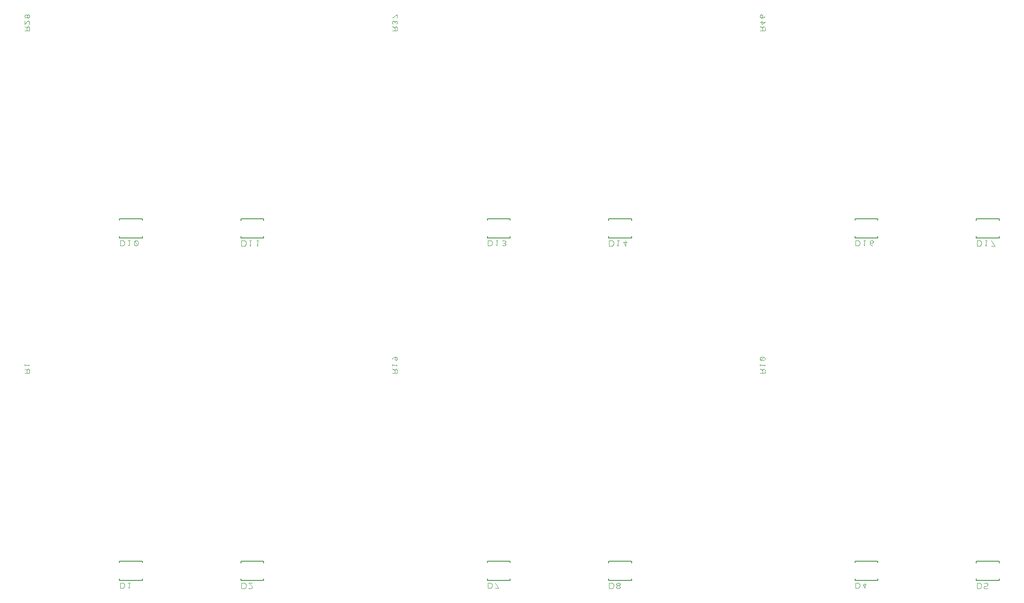
<source format=gbr>
%FSLAX23Y23*%
%MOIN*%
G04 EasyPC Gerber Version 14.0.2 Build 2922 *
%ADD107C,0.00400*%
%ADD106C,0.00448*%
%ADD105C,0.00600*%
X0Y0D02*
D02*
D105*
X1180Y237D02*
Y225D01*
Y375D02*
Y363D01*
Y2914D02*
Y2902D01*
Y3052D02*
Y3040D01*
X1180Y225D02*
X1358D01*
X1180Y375D02*
X1358D01*
X1180Y2902D02*
X1358D01*
X1180Y3052D02*
X1358D01*
X1358Y237D02*
Y225D01*
Y375D02*
Y363D01*
Y2914D02*
Y2902D01*
Y3052D02*
Y3040D01*
X2129Y236D02*
Y224D01*
Y374D02*
Y362D01*
Y2913D02*
Y2901D01*
Y3051D02*
Y3039D01*
X2129Y224D02*
X2307D01*
X2129Y374D02*
X2307D01*
X2129Y2901D02*
X2307D01*
X2129Y3051D02*
X2307D01*
X2307Y236D02*
Y224D01*
Y374D02*
Y362D01*
Y2913D02*
Y2901D01*
Y3051D02*
Y3039D01*
X4054Y237D02*
Y225D01*
Y375D02*
Y363D01*
Y2914D02*
Y2902D01*
Y3052D02*
Y3040D01*
X4054Y225D02*
X4232D01*
X4054Y375D02*
X4232D01*
X4054Y2902D02*
X4232D01*
X4054Y3052D02*
X4232D01*
X4232Y237D02*
Y225D01*
Y375D02*
Y363D01*
Y2914D02*
Y2902D01*
Y3052D02*
Y3040D01*
X5003Y236D02*
Y224D01*
Y374D02*
Y362D01*
Y2913D02*
Y2901D01*
Y3051D02*
Y3039D01*
X5003Y224D02*
X5181D01*
X5003Y374D02*
X5181D01*
X5003Y2901D02*
X5181D01*
X5003Y3051D02*
X5181D01*
X5181Y236D02*
Y224D01*
Y374D02*
Y362D01*
Y2913D02*
Y2901D01*
Y3051D02*
Y3039D01*
X6928Y237D02*
Y225D01*
Y375D02*
Y363D01*
Y2914D02*
Y2902D01*
Y3052D02*
Y3040D01*
X6928Y225D02*
X7106D01*
X6928Y375D02*
X7106D01*
X6928Y2902D02*
X7106D01*
X6928Y3052D02*
X7106D01*
X7106Y237D02*
Y225D01*
Y375D02*
Y363D01*
Y2914D02*
Y2902D01*
Y3052D02*
Y3040D01*
X7877Y236D02*
Y224D01*
Y374D02*
Y362D01*
Y2913D02*
Y2901D01*
Y3051D02*
Y3039D01*
X7877Y224D02*
X8055D01*
X7877Y374D02*
X8055D01*
X7877Y2901D02*
X8055D01*
X7877Y3051D02*
X8055D01*
X8055Y236D02*
Y224D01*
Y374D02*
Y362D01*
Y2913D02*
Y2901D01*
Y3051D02*
Y3039D01*
D02*
D106*
X1184Y205D02*
Y163D01*
X1205*
X1212Y166*
X1215Y170*
X1219Y177*
Y191*
X1215Y198*
X1212Y201*
X1205Y205*
X1184*
X1247D02*
X1261D01*
X1254D02*
Y163D01*
X1247Y170*
X1184Y2882D02*
Y2840D01*
X1205*
X1212Y2843*
X1215Y2847*
X1219Y2854*
Y2868*
X1215Y2875*
X1212Y2878*
X1205Y2882*
X1184*
X1247D02*
X1261D01*
X1254D02*
Y2840D01*
X1247Y2847*
X1299Y2878D02*
X1306Y2882D01*
X1313*
X1320Y2878*
X1324Y2871*
Y2850*
X1320Y2843*
X1313Y2840*
X1306*
X1299Y2843*
X1296Y2850*
Y2871*
X1299Y2878*
X1320Y2843*
X2133Y204D02*
Y162D01*
X2154*
X2161Y165*
X2165Y169*
X2168Y176*
Y190*
X2165Y197*
X2161Y200*
X2154Y204*
X2133*
X2217D02*
X2189D01*
X2214Y179*
X2217Y172*
X2214Y165*
X2207Y162*
X2196*
X2189Y165*
X2133Y2881D02*
Y2839D01*
X2154*
X2161Y2842*
X2165Y2846*
X2168Y2853*
Y2867*
X2165Y2874*
X2161Y2877*
X2154Y2881*
X2133*
X2196D02*
X2210D01*
X2203D02*
Y2839D01*
X2196Y2846*
X2252Y2881D02*
X2266D01*
X2259D02*
Y2839D01*
X2252Y2846*
X4058Y205D02*
Y163D01*
X4079*
X4086Y166*
X4089Y170*
X4093Y177*
Y191*
X4089Y198*
X4086Y201*
X4079Y205*
X4058*
X4114D02*
X4142Y163D01*
X4114*
X4058Y2882D02*
Y2840D01*
X4079*
X4086Y2843*
X4089Y2847*
X4093Y2854*
Y2868*
X4089Y2875*
X4086Y2878*
X4079Y2882*
X4058*
X4121D02*
X4135D01*
X4128D02*
Y2840D01*
X4121Y2847*
X4173Y2878D02*
X4180Y2882D01*
X4187*
X4194Y2878*
X4198Y2871*
X4194Y2864*
X4187Y2861*
X4180*
X4187D02*
X4194Y2857D01*
X4198Y2850*
X4194Y2843*
X4187Y2840*
X4180*
X4173Y2843*
X5007Y204D02*
Y162D01*
X5028*
X5035Y165*
X5039Y169*
X5042Y176*
Y190*
X5039Y197*
X5035Y200*
X5028Y204*
X5007*
X5074Y183D02*
X5081D01*
X5088Y179*
X5091Y172*
X5088Y165*
X5081Y162*
X5074*
X5067Y165*
X5063Y172*
X5067Y179*
X5074Y183*
X5067Y186*
X5063Y193*
X5067Y200*
X5074Y204*
X5081*
X5088Y200*
X5091Y193*
X5088Y186*
X5081Y183*
X5007Y2881D02*
Y2839D01*
X5028*
X5035Y2842*
X5039Y2846*
X5042Y2853*
Y2867*
X5039Y2874*
X5035Y2877*
X5028Y2881*
X5007*
X5070D02*
X5084D01*
X5077D02*
Y2839D01*
X5070Y2846*
X5137Y2881D02*
Y2839D01*
X5119Y2867*
X5147*
X6932Y205D02*
Y163D01*
X6953*
X6960Y166*
X6963Y170*
X6967Y177*
Y191*
X6963Y198*
X6960Y201*
X6953Y205*
X6932*
X7005D02*
Y163D01*
X6988Y191*
X7016*
X6932Y2882D02*
Y2840D01*
X6953*
X6960Y2843*
X6963Y2847*
X6967Y2854*
Y2868*
X6963Y2875*
X6960Y2878*
X6953Y2882*
X6932*
X6995D02*
X7009D01*
X7002D02*
Y2840D01*
X6995Y2847*
X7044Y2871D02*
X7047Y2864D01*
X7054Y2861*
X7061*
X7068Y2864*
X7072Y2871*
X7068Y2878*
X7061Y2882*
X7054*
X7047Y2878*
X7044Y2871*
Y2861*
X7047Y2850*
X7054Y2843*
X7061Y2840*
X7881Y204D02*
Y162D01*
X7902*
X7909Y165*
X7913Y169*
X7916Y176*
Y190*
X7913Y197*
X7909Y200*
X7902Y204*
X7881*
X7937Y200D02*
X7944Y204D01*
X7955*
X7962Y200*
X7965Y193*
Y190*
X7962Y183*
X7955Y179*
X7937*
Y162*
X7965*
X7881Y2881D02*
Y2839D01*
X7902*
X7909Y2842*
X7913Y2846*
X7916Y2853*
Y2867*
X7913Y2874*
X7909Y2877*
X7902Y2881*
X7881*
X7944D02*
X7958D01*
X7951D02*
Y2839D01*
X7944Y2846*
X7993Y2881D02*
X8021Y2839D01*
X7993*
D02*
D107*
X438Y1845D02*
X476D01*
Y1866*
X472Y1873*
X466Y1876*
X460Y1873*
X457Y1866*
Y1845*
Y1866D02*
X438Y1876D01*
Y1901D02*
Y1913D01*
Y1907D02*
X476D01*
X469Y1901*
X438Y4522D02*
X476D01*
Y4544*
X472Y4550*
X466Y4553*
X460Y4550*
X457Y4544*
Y4522*
Y4544D02*
X438Y4553D01*
Y4597D02*
Y4572D01*
X460Y4594*
X466Y4597*
X472Y4594*
X476Y4587*
Y4578*
X472Y4572*
X457Y4631D02*
Y4637D01*
X460Y4644*
X466Y4647*
X472Y4644*
X476Y4637*
Y4631*
X472Y4625*
X466Y4622*
X460Y4625*
X457Y4631*
X454Y4625*
X447Y4622*
X441Y4625*
X438Y4631*
Y4637*
X441Y4644*
X447Y4647*
X454Y4644*
X457Y4637*
X3312Y1845D02*
X3350D01*
Y1866*
X3346Y1873*
X3340Y1876*
X3334Y1873*
X3331Y1866*
Y1845*
Y1866D02*
X3312Y1876D01*
Y1901D02*
Y1913D01*
Y1907D02*
X3350D01*
X3343Y1901*
X3312Y1954D02*
X3315Y1960D01*
X3321Y1966*
X3331Y1970*
X3340*
X3346Y1966*
X3350Y1960*
Y1954*
X3346Y1948*
X3340Y1945*
X3334Y1948*
X3331Y1954*
Y1960*
X3334Y1966*
X3340Y1970*
X3312Y4522D02*
X3350D01*
Y4544*
X3346Y4550*
X3340Y4553*
X3334Y4550*
X3331Y4544*
Y4522*
Y4544D02*
X3312Y4553D01*
X3315Y4575D02*
X3312Y4581D01*
Y4587*
X3315Y4594*
X3321Y4597*
X3328Y4594*
X3331Y4587*
Y4581*
Y4587D02*
X3334Y4594D01*
X3340Y4597*
X3346Y4594*
X3350Y4587*
Y4581*
X3346Y4575*
X3312Y4622D02*
X3350Y4647D01*
Y4622*
X6186Y1845D02*
X6224D01*
Y1866*
X6220Y1873*
X6214Y1876*
X6208Y1873*
X6205Y1866*
Y1845*
Y1866D02*
X6186Y1876D01*
Y1901D02*
Y1913D01*
Y1907D02*
X6224D01*
X6217Y1901*
X6189Y1948D02*
X6186Y1954D01*
Y1960*
X6189Y1966*
X6195Y1970*
X6214*
X6220Y1966*
X6224Y1960*
Y1954*
X6220Y1948*
X6214Y1945*
X6195*
X6189Y1948*
X6220Y1966*
X6186Y4522D02*
X6224D01*
Y4544*
X6220Y4550*
X6214Y4553*
X6208Y4550*
X6205Y4544*
Y4522*
Y4544D02*
X6186Y4553D01*
Y4587D02*
X6224D01*
X6199Y4572*
Y4597*
X6195Y4622D02*
X6202Y4625D01*
X6205Y4631*
Y4637*
X6202Y4644*
X6195Y4647*
X6189Y4644*
X6186Y4637*
Y4631*
X6189Y4625*
X6195Y4622*
X6205*
X6214Y4625*
X6220Y4631*
X6224Y4637*
X0Y0D02*
M02*

</source>
